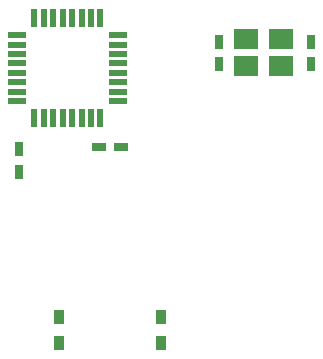
<source format=gbr>
G04 #@! TF.GenerationSoftware,KiCad,Pcbnew,5.0.0-rc2+dfsg1-3*
G04 #@! TF.CreationDate,2018-08-01T13:56:14+02:00*
G04 #@! TF.ProjectId,reform-trackball,7265666F726D2D747261636B62616C6C,rev?*
G04 #@! TF.SameCoordinates,Original*
G04 #@! TF.FileFunction,Paste,Top*
G04 #@! TF.FilePolarity,Positive*
%FSLAX46Y46*%
G04 Gerber Fmt 4.6, Leading zero omitted, Abs format (unit mm)*
G04 Created by KiCad (PCBNEW 5.0.0-rc2+dfsg1-3) date Wed Aug  1 13:56:14 2018*
%MOMM*%
%LPD*%
G01*
G04 APERTURE LIST*
%ADD10R,0.750000X1.200000*%
%ADD11R,1.200000X0.750000*%
%ADD12R,2.100000X1.800000*%
%ADD13R,0.900000X1.200000*%
%ADD14R,1.600000X0.550000*%
%ADD15R,0.550000X1.600000*%
G04 APERTURE END LIST*
D10*
G04 #@! TO.C,C1*
X116200000Y-95450000D03*
X116200000Y-93550000D03*
G04 #@! TD*
G04 #@! TO.C,C2*
X124000000Y-93550000D03*
X124000000Y-95450000D03*
G04 #@! TD*
D11*
G04 #@! TO.C,C3*
X106050000Y-102500000D03*
X107950000Y-102500000D03*
G04 #@! TD*
D10*
G04 #@! TO.C,C4*
X99300000Y-104550000D03*
X99300000Y-102650000D03*
G04 #@! TD*
D12*
G04 #@! TO.C,Y1*
X118550000Y-93350000D03*
X121450000Y-93350000D03*
X121450000Y-95650000D03*
X118550000Y-95650000D03*
G04 #@! TD*
D13*
G04 #@! TO.C,R1*
X111300000Y-119100000D03*
X111300000Y-116900000D03*
G04 #@! TD*
G04 #@! TO.C,R2*
X102700000Y-116900000D03*
X102700000Y-119100000D03*
G04 #@! TD*
D14*
G04 #@! TO.C,U1*
X107650000Y-98600000D03*
X107650000Y-97800000D03*
X107650000Y-97000000D03*
X107650000Y-96200000D03*
X107650000Y-95400000D03*
X107650000Y-94600000D03*
X107650000Y-93800000D03*
X107650000Y-93000000D03*
D15*
X106200000Y-91550000D03*
X105400000Y-91550000D03*
X104600000Y-91550000D03*
X103800000Y-91550000D03*
X103000000Y-91550000D03*
X102200000Y-91550000D03*
X101400000Y-91550000D03*
X100600000Y-91550000D03*
D14*
X99150000Y-93000000D03*
X99150000Y-93800000D03*
X99150000Y-94600000D03*
X99150000Y-95400000D03*
X99150000Y-96200000D03*
X99150000Y-97000000D03*
X99150000Y-97800000D03*
X99150000Y-98600000D03*
D15*
X100600000Y-100050000D03*
X101400000Y-100050000D03*
X102200000Y-100050000D03*
X103000000Y-100050000D03*
X103800000Y-100050000D03*
X104600000Y-100050000D03*
X105400000Y-100050000D03*
X106200000Y-100050000D03*
G04 #@! TD*
M02*

</source>
